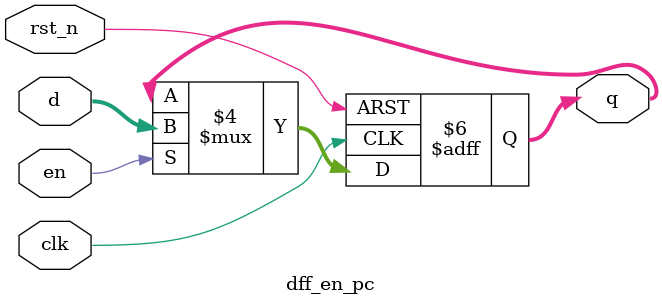
<source format=sv>
module dff_en_pc(
	input clk,
	input rst_n,
	input en,
	input [31:0] d,
	output reg [31:0] q
);

always @(posedge clk, negedge rst_n) begin
	if (!rst_n)
		q <= 32'd0;
	else if (en)
		q <= d;
	else
		q <= q;
end

endmodule

</source>
